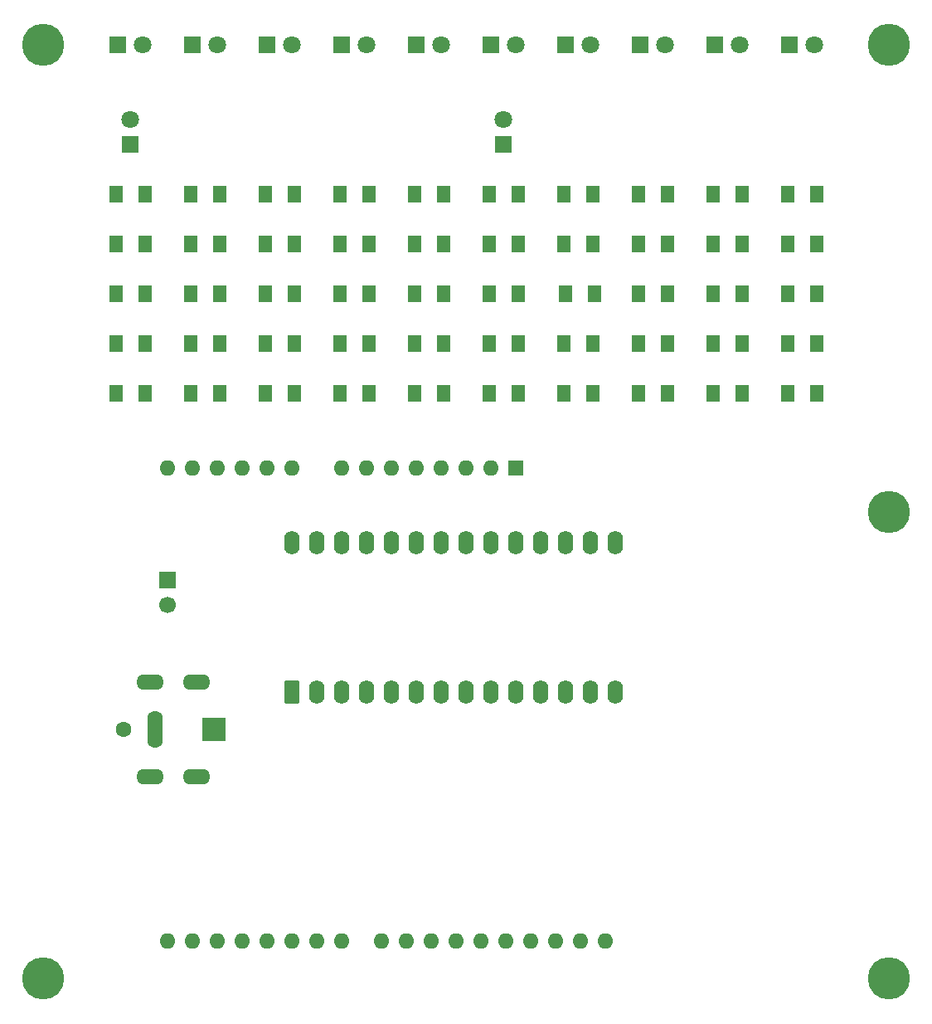
<source format=gbr>
%TF.GenerationSoftware,KiCad,Pcbnew,9.0.7-9.0.7~ubuntu24.04.1*%
%TF.CreationDate,2026-01-22T09:15:27-05:00*%
%TF.ProjectId,LED_proto_sector,4c45445f-7072-46f7-946f-5f736563746f,rev?*%
%TF.SameCoordinates,Original*%
%TF.FileFunction,Soldermask,Top*%
%TF.FilePolarity,Negative*%
%FSLAX46Y46*%
G04 Gerber Fmt 4.6, Leading zero omitted, Abs format (unit mm)*
G04 Created by KiCad (PCBNEW 9.0.7-9.0.7~ubuntu24.04.1) date 2026-01-22 09:15:27*
%MOMM*%
%LPD*%
G01*
G04 APERTURE LIST*
G04 Aperture macros list*
%AMRoundRect*
0 Rectangle with rounded corners*
0 $1 Rounding radius*
0 $2 $3 $4 $5 $6 $7 $8 $9 X,Y pos of 4 corners*
0 Add a 4 corners polygon primitive as box body*
4,1,4,$2,$3,$4,$5,$6,$7,$8,$9,$2,$3,0*
0 Add four circle primitives for the rounded corners*
1,1,$1+$1,$2,$3*
1,1,$1+$1,$4,$5*
1,1,$1+$1,$6,$7*
1,1,$1+$1,$8,$9*
0 Add four rect primitives between the rounded corners*
20,1,$1+$1,$2,$3,$4,$5,0*
20,1,$1+$1,$4,$5,$6,$7,0*
20,1,$1+$1,$6,$7,$8,$9,0*
20,1,$1+$1,$8,$9,$2,$3,0*%
G04 Aperture macros list end*
%ADD10C,4.300000*%
%ADD11R,1.700000X1.700000*%
%ADD12C,1.700000*%
%ADD13R,1.600000X1.600000*%
%ADD14O,1.600000X1.600000*%
%ADD15RoundRect,0.250001X-0.462499X-0.624999X0.462499X-0.624999X0.462499X0.624999X-0.462499X0.624999X0*%
%ADD16R,1.800000X1.800000*%
%ADD17C,1.800000*%
%ADD18C,1.600000*%
%ADD19RoundRect,0.102000X-1.125000X1.125000X-1.125000X-1.125000X1.125000X-1.125000X1.125000X1.125000X0*%
%ADD20O,1.604000X3.804000*%
%ADD21O,2.804000X1.604000*%
%ADD22RoundRect,0.250000X0.550000X-0.950000X0.550000X0.950000X-0.550000X0.950000X-0.550000X-0.950000X0*%
%ADD23O,1.600000X2.400000*%
G04 APERTURE END LIST*
D10*
%TO.C,H5*%
X143510000Y-62230000D03*
%TD*%
D11*
%TO.C,JP1*%
X156210000Y-116840000D03*
D12*
X156210000Y-119380000D03*
%TD*%
D13*
%TO.C,A1*%
X191770000Y-105410000D03*
D14*
X189230000Y-105410000D03*
X186690000Y-105410000D03*
X184150000Y-105410000D03*
X181610000Y-105410000D03*
X179070000Y-105410000D03*
X176530000Y-105410000D03*
X173990000Y-105410000D03*
X168910000Y-105410000D03*
X166370000Y-105410000D03*
X163830000Y-105410000D03*
X161290000Y-105410000D03*
X158750000Y-105410000D03*
X156210000Y-105410000D03*
X156210000Y-153670000D03*
X158750000Y-153670000D03*
X161290000Y-153670000D03*
X163830000Y-153670000D03*
X166370000Y-153670000D03*
X168910000Y-153670000D03*
X171450000Y-153670000D03*
X173990000Y-153670000D03*
X178050000Y-153670000D03*
X180590000Y-153670000D03*
X183130000Y-153670000D03*
X185670000Y-153670000D03*
X188210000Y-153670000D03*
X190750000Y-153670000D03*
X193290000Y-153670000D03*
X195830000Y-153670000D03*
X198370000Y-153670000D03*
X200910000Y-153670000D03*
%TD*%
D15*
%TO.C,D25*%
X181392500Y-77470000D03*
X184367500Y-77470000D03*
%TD*%
D10*
%TO.C,H1*%
X229870000Y-109855000D03*
%TD*%
D15*
%TO.C,D35*%
X181392500Y-82550000D03*
X184367500Y-82550000D03*
%TD*%
%TO.C,D63*%
X166152499Y-97790000D03*
X169127501Y-97790000D03*
%TD*%
%TO.C,D56*%
X189012500Y-92710000D03*
X191987500Y-92710000D03*
%TD*%
%TO.C,D69*%
X211872500Y-97790000D03*
X214847500Y-97790000D03*
%TD*%
D10*
%TO.C,H4*%
X143510000Y-157480000D03*
%TD*%
D15*
%TO.C,D59*%
X211872500Y-92710000D03*
X214847500Y-92710000D03*
%TD*%
%TO.C,D21*%
X150912500Y-77470000D03*
X153887500Y-77470000D03*
%TD*%
%TO.C,D33*%
X166152499Y-82550000D03*
X169127501Y-82550000D03*
%TD*%
%TO.C,D70*%
X219492500Y-97790000D03*
X222467500Y-97790000D03*
%TD*%
%TO.C,D61*%
X150912500Y-97790000D03*
X153887500Y-97790000D03*
%TD*%
D16*
%TO.C,D10*%
X219710000Y-62230000D03*
D17*
X222250000Y-62230000D03*
%TD*%
D15*
%TO.C,D40*%
X219492500Y-82550000D03*
X222467500Y-82550000D03*
%TD*%
%TO.C,D31*%
X150912500Y-82550000D03*
X153887500Y-82550000D03*
%TD*%
%TO.C,D58*%
X204252500Y-92710000D03*
X207227500Y-92710000D03*
%TD*%
D16*
%TO.C,D4*%
X173990000Y-62230000D03*
D17*
X176530000Y-62230000D03*
%TD*%
D15*
%TO.C,D49*%
X211872500Y-87630000D03*
X214847500Y-87630000D03*
%TD*%
D10*
%TO.C,H3*%
X229870000Y-157480000D03*
%TD*%
D15*
%TO.C,D26*%
X189012500Y-77470000D03*
X191987500Y-77470000D03*
%TD*%
%TO.C,D68*%
X204252500Y-97790000D03*
X207227500Y-97790000D03*
%TD*%
D10*
%TO.C,H2*%
X229870000Y-62230000D03*
%TD*%
D15*
%TO.C,D51*%
X150912500Y-92710000D03*
X153887500Y-92710000D03*
%TD*%
%TO.C,D66*%
X189012500Y-97790000D03*
X191987500Y-97790000D03*
%TD*%
%TO.C,D62*%
X158532500Y-97790000D03*
X161507500Y-97790000D03*
%TD*%
%TO.C,D38*%
X204252500Y-82550000D03*
X207227500Y-82550000D03*
%TD*%
%TO.C,D36*%
X189012500Y-82550000D03*
X191987500Y-82550000D03*
%TD*%
D16*
%TO.C,D5*%
X181610000Y-62230000D03*
D17*
X184150000Y-62230000D03*
%TD*%
D15*
%TO.C,D30*%
X219492500Y-77470000D03*
X222467500Y-77470000D03*
%TD*%
%TO.C,D65*%
X181392500Y-97790000D03*
X184367500Y-97790000D03*
%TD*%
%TO.C,D60*%
X219492500Y-92710000D03*
X222467500Y-92710000D03*
%TD*%
%TO.C,D54*%
X173772500Y-92710000D03*
X176747500Y-92710000D03*
%TD*%
%TO.C,D46*%
X189012500Y-87630000D03*
X191987500Y-87630000D03*
%TD*%
D16*
%TO.C,D3*%
X166370000Y-62230000D03*
D17*
X168910000Y-62230000D03*
%TD*%
D15*
%TO.C,D45*%
X181392500Y-87630000D03*
X184367500Y-87630000D03*
%TD*%
%TO.C,D34*%
X173772500Y-82550000D03*
X176747500Y-82550000D03*
%TD*%
%TO.C,D41*%
X150912500Y-87630000D03*
X153887500Y-87630000D03*
%TD*%
%TO.C,D64*%
X173772500Y-97790000D03*
X176747500Y-97790000D03*
%TD*%
D16*
%TO.C,D2*%
X158750000Y-62230000D03*
D17*
X161290000Y-62230000D03*
%TD*%
D15*
%TO.C,D47*%
X196850000Y-87630000D03*
X199825000Y-87630000D03*
%TD*%
%TO.C,D29*%
X211872500Y-77470000D03*
X214847500Y-77470000D03*
%TD*%
%TO.C,D42*%
X158532500Y-87630000D03*
X161507500Y-87630000D03*
%TD*%
%TO.C,D27*%
X196632500Y-77470000D03*
X199607500Y-77470000D03*
%TD*%
%TO.C,D44*%
X173772500Y-87630000D03*
X176747500Y-87630000D03*
%TD*%
%TO.C,D53*%
X166152499Y-92710000D03*
X169127501Y-92710000D03*
%TD*%
%TO.C,D32*%
X158532500Y-82550000D03*
X161507500Y-82550000D03*
%TD*%
%TO.C,D39*%
X211872500Y-82550000D03*
X214847500Y-82550000D03*
%TD*%
%TO.C,D57*%
X196632500Y-92710000D03*
X199607500Y-92710000D03*
%TD*%
%TO.C,D28*%
X204252500Y-77470000D03*
X207227500Y-77470000D03*
%TD*%
%TO.C,D48*%
X204252500Y-87630000D03*
X207227500Y-87630000D03*
%TD*%
%TO.C,D22*%
X158532500Y-77470000D03*
X161507500Y-77470000D03*
%TD*%
%TO.C,D43*%
X166152499Y-87630000D03*
X169127501Y-87630000D03*
%TD*%
%TO.C,D23*%
X166152499Y-77470000D03*
X169127501Y-77470000D03*
%TD*%
%TO.C,D67*%
X196632500Y-97790000D03*
X199607500Y-97790000D03*
%TD*%
D18*
%TO.C,J2*%
X151690000Y-132080000D03*
D19*
X160940000Y-132080000D03*
D20*
X154940000Y-132080000D03*
D21*
X154440000Y-127230000D03*
X154440000Y-136930000D03*
X159140000Y-127230000D03*
X159140000Y-136930000D03*
%TD*%
D15*
%TO.C,D55*%
X181392500Y-92710000D03*
X184367500Y-92710000D03*
%TD*%
D16*
%TO.C,D7*%
X196850000Y-62230000D03*
D17*
X199390000Y-62230000D03*
%TD*%
D16*
%TO.C,D6*%
X189230000Y-62230000D03*
D17*
X191770000Y-62230000D03*
%TD*%
D15*
%TO.C,D37*%
X196632500Y-82550000D03*
X199607500Y-82550000D03*
%TD*%
D16*
%TO.C,D9*%
X212090000Y-62230000D03*
D17*
X214630000Y-62230000D03*
%TD*%
D15*
%TO.C,D50*%
X219492500Y-87630000D03*
X222467500Y-87630000D03*
%TD*%
D22*
%TO.C,U1*%
X168910000Y-128270000D03*
D23*
X171450000Y-128270000D03*
X173990000Y-128270000D03*
X176530000Y-128270000D03*
X179070000Y-128270000D03*
X181610000Y-128270000D03*
X184150000Y-128270000D03*
X186690000Y-128270000D03*
X189230000Y-128270000D03*
X191770000Y-128270000D03*
X194310000Y-128270000D03*
X196850000Y-128270000D03*
X199390000Y-128270000D03*
X201930000Y-128270000D03*
X201930000Y-113030000D03*
X199390000Y-113030000D03*
X196850000Y-113030000D03*
X194310000Y-113030000D03*
X191770000Y-113030000D03*
X189230000Y-113030000D03*
X186690000Y-113030000D03*
X184150000Y-113030000D03*
X181610000Y-113030000D03*
X179070000Y-113030000D03*
X176530000Y-113030000D03*
X173990000Y-113030000D03*
X171450000Y-113030000D03*
X168910000Y-113030000D03*
%TD*%
D16*
%TO.C,D8*%
X204470000Y-62230000D03*
D17*
X207010000Y-62230000D03*
%TD*%
D16*
%TO.C,D11*%
X152400000Y-72390000D03*
D17*
X152400000Y-69850000D03*
%TD*%
D16*
%TO.C,D1*%
X151130000Y-62230000D03*
D17*
X153670000Y-62230000D03*
%TD*%
%TO.C,D12*%
X190500001Y-69855000D03*
D16*
X190500001Y-72395000D03*
%TD*%
D15*
%TO.C,D24*%
X173772500Y-77470000D03*
X176747500Y-77470000D03*
%TD*%
%TO.C,D52*%
X158532500Y-92710000D03*
X161507500Y-92710000D03*
%TD*%
M02*

</source>
